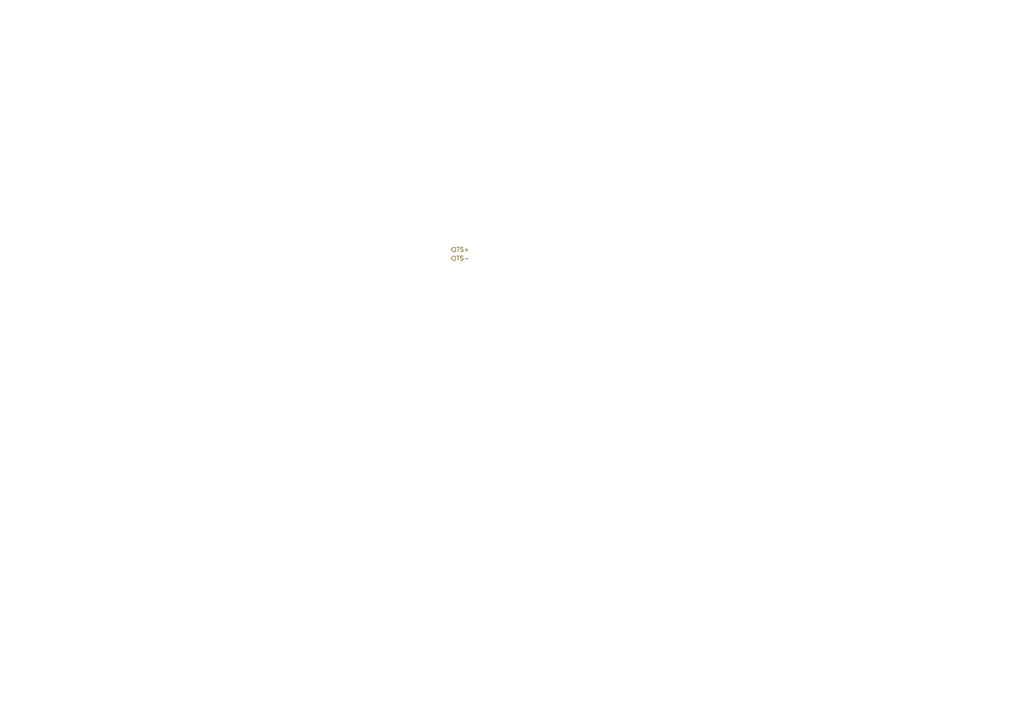
<source format=kicad_sch>
(kicad_sch (version 20230121) (generator eeschema)

  (uuid 6a7be538-3a18-45e2-8b9b-62007d3021c6)

  (paper "A4")

  (lib_symbols
  )


  (hierarchical_label "TS+" (shape input) (at 130.81 72.39 0) (fields_autoplaced)
    (effects (font (size 1.27 1.27)) (justify left))
    (uuid 8ae6beb0-c410-4c55-91bf-ce9cc07edd9c)
  )
  (hierarchical_label "TS-" (shape input) (at 130.81 74.93 0) (fields_autoplaced)
    (effects (font (size 1.27 1.27)) (justify left))
    (uuid c5dc6aaa-3290-46c6-86bc-c5789010e13c)
  )
)

</source>
